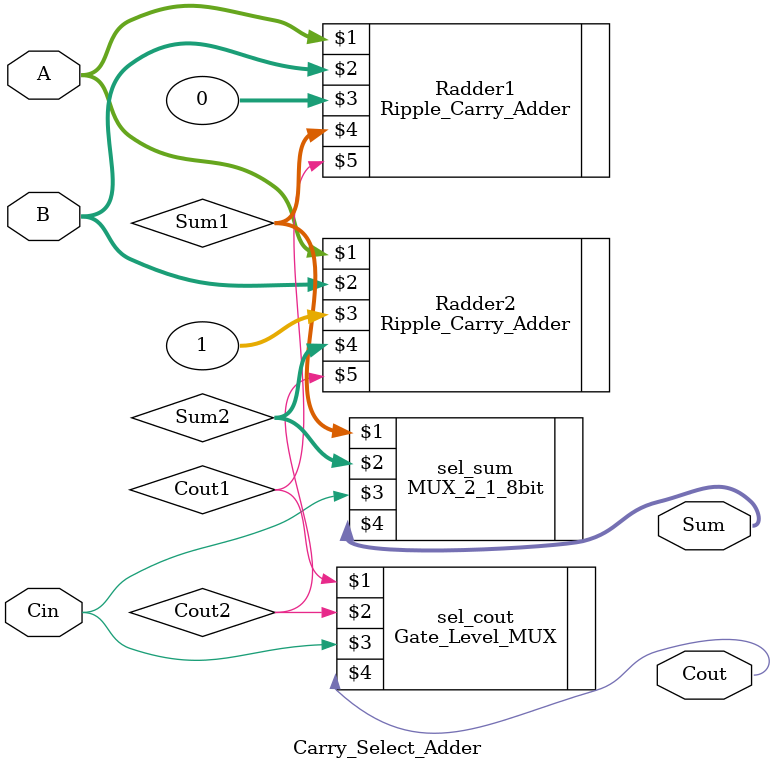
<source format=v>
`timescale 1ns / 1ps


module Carry_Select_Adder(A,B,Cin,Sum,Cout);
input [7:0]A,B;
input Cin;
output [7:0]Sum;
output Cout;

wire Cout1,Cout2;
wire [7:0]Sum1,Sum2;

Ripple_Carry_Adder Radder1(A,B,0,Sum1,Cout1);
Ripple_Carry_Adder Radder2(A,B,1,Sum2,Cout2);
MUX_2_1_8bit sel_sum(Sum1,Sum2,Cin,Sum);
Gate_Level_MUX sel_cout(Cout1,Cout2,Cin,Cout);


endmodule

</source>
